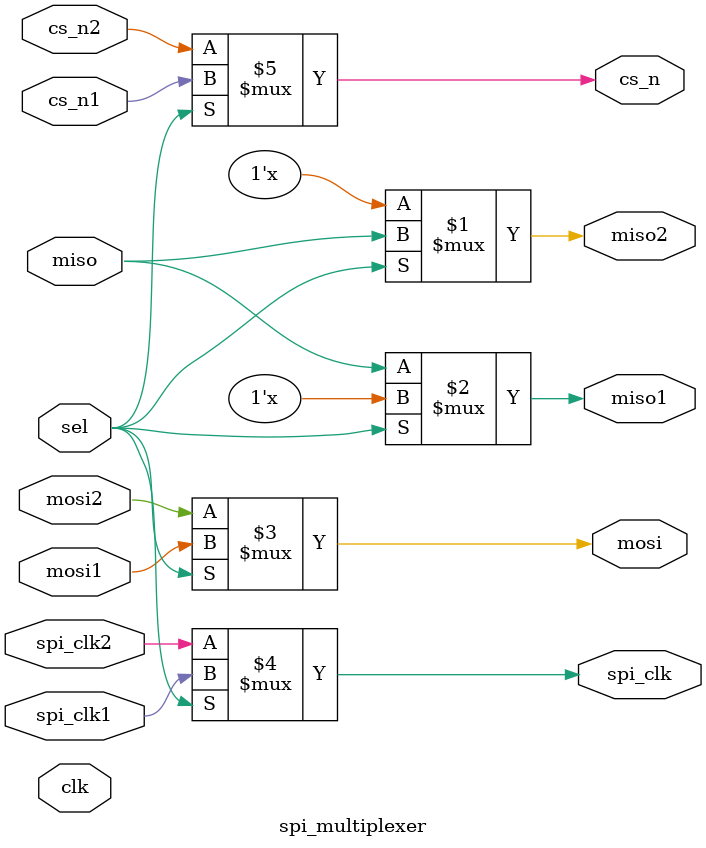
<source format=v>
module spi_multiplexer(
    input wire clk,
    input wire sel,       // Select signal: 1 for module 1, 0 for module 2

    // SPI signals from module 1
    output wire miso1,
    input wire mosi1,
    input wire spi_clk1,
    input wire cs_n1,

    // SPI signals from module 2
    output wire miso2,
    input wire mosi2,
    input wire spi_clk2,
    input wire cs_n2,

    // SPI signals to Zynq-7000
    input wire miso,
    output wire mosi,
    output wire spi_clk,
    output wire cs_n
);

    // Forward SPI signals based on sel signal
    assign miso2 = sel ? miso : 1'bz;
    assign miso1 = sel ? 1'bz : miso;
    assign mosi = sel ? mosi1 : mosi2;
    assign spi_clk = sel ? spi_clk1 : spi_clk2;
    assign cs_n = sel ? cs_n1 : cs_n2;

endmodule

</source>
